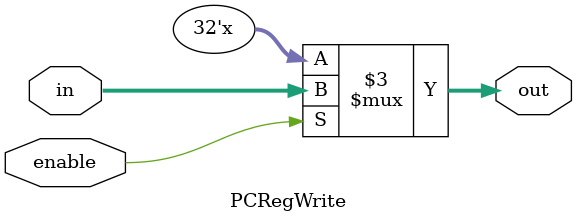
<source format=v>
module PCRegWrite(in,out,enable);
input [31:0] in;
input enable;
output reg [31:0] out;

always @(*) begin
    if (enable) begin
        out = in;
    end
end

endmodule

</source>
